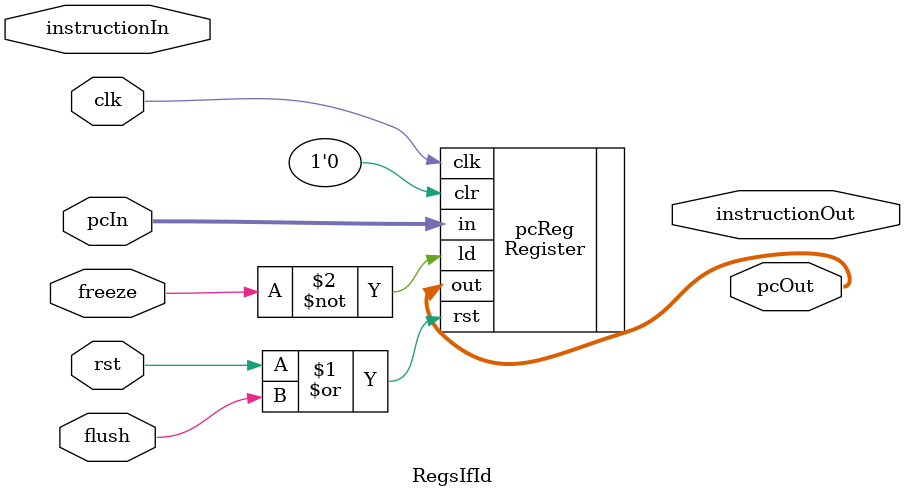
<source format=v>
module RegsIfId(
    input clk, rst,
    input freeze, flush,
    input [31:0] pcIn, instructionIn,
    output [31:0] pcOut, instructionOut
);
    Register #(32) pcReg(
        .clk(clk), .rst(rst | flush),
        .in(pcIn), .ld(~freeze), .clr(1'b0),
        .out(pcOut)
    );
endmodule

</source>
